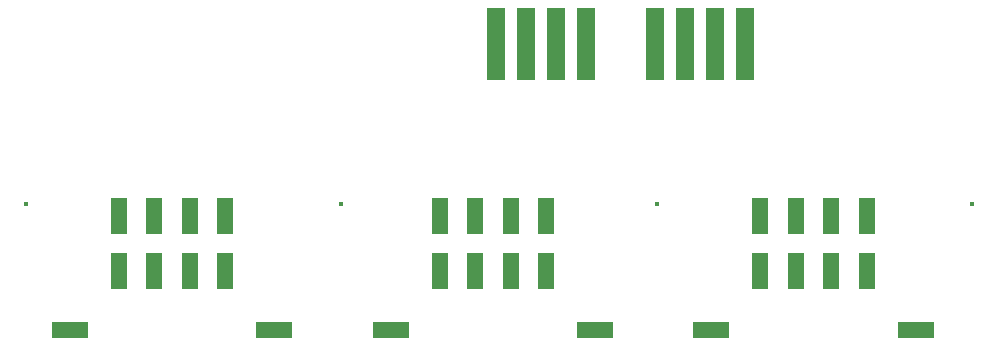
<source format=gts>
%FSLAX25Y25*%
%MOIN*%
G70*
G01*
G75*
G04 Layer_Color=8388736*
%ADD10R,0.05512X0.23622*%
%ADD11R,0.05000X0.11496*%
%ADD12R,0.11496X0.05000*%
%ADD13C,0.02000*%
%ADD14C,0.02500*%
%ADD15C,0.01000*%
%ADD16C,0.01000*%
%ADD17R,0.04400X0.10896*%
%ADD18R,0.10896X0.04400*%
%ADD19R,0.06112X0.24222*%
%ADD20R,0.05600X0.12096*%
%ADD21R,0.12096X0.05600*%
%ADD22C,0.01600*%
D19*
X191565Y115311D02*
D03*
X201565D02*
D03*
X211565D02*
D03*
X221565D02*
D03*
X168665D02*
D03*
X158665D02*
D03*
X148665D02*
D03*
X138665D02*
D03*
D20*
X48368Y39756D02*
D03*
X36557D02*
D03*
Y57945D02*
D03*
X48368D02*
D03*
X12935D02*
D03*
Y39756D02*
D03*
X24746D02*
D03*
Y57945D02*
D03*
X238546D02*
D03*
Y39756D02*
D03*
X226735D02*
D03*
Y57945D02*
D03*
X262168D02*
D03*
X250357D02*
D03*
Y39756D02*
D03*
X262168D02*
D03*
X155268D02*
D03*
X143457D02*
D03*
Y57945D02*
D03*
X155268D02*
D03*
X119835D02*
D03*
Y39756D02*
D03*
X131646D02*
D03*
Y57945D02*
D03*
D21*
X-3404Y19992D02*
D03*
X64706D02*
D03*
X278506D02*
D03*
X210396D02*
D03*
X103496D02*
D03*
X171606D02*
D03*
D22*
X87102Y62000D02*
D03*
X-18000D02*
D03*
X297305D02*
D03*
X192203D02*
D03*
M02*

</source>
